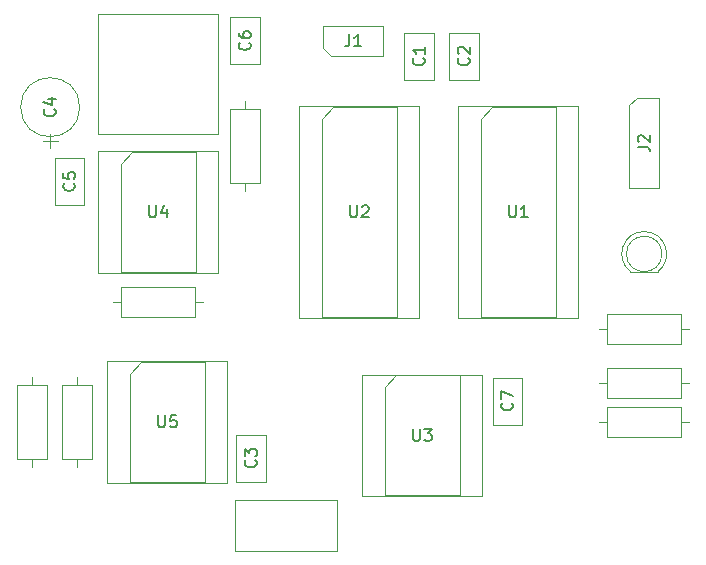
<source format=gbr>
G04 #@! TF.GenerationSoftware,KiCad,Pcbnew,5.0.2-bee76a0~70~ubuntu16.04.1*
G04 #@! TF.CreationDate,2020-01-09T22:15:49-06:00*
G04 #@! TF.ProjectId,8-Bit-Computer-Clock-Module,382d4269-742d-4436-9f6d-70757465722d,rev?*
G04 #@! TF.SameCoordinates,Original*
G04 #@! TF.FileFunction,Other,Fab,Top*
%FSLAX46Y46*%
G04 Gerber Fmt 4.6, Leading zero omitted, Abs format (unit mm)*
G04 Created by KiCad (PCBNEW 5.0.2-bee76a0~70~ubuntu16.04.1) date jue 09 ene 2020 22:15:49 CST*
%MOMM*%
%LPD*%
G01*
G04 APERTURE LIST*
%ADD10C,0.100000*%
%ADD11C,0.101600*%
%ADD12C,0.150000*%
G04 APERTURE END LIST*
D10*
G04 #@! TO.C,C2*
X127020000Y-85840000D02*
X129520000Y-85840000D01*
X129520000Y-85840000D02*
X129520000Y-81840000D01*
X129520000Y-81840000D02*
X127020000Y-81840000D01*
X127020000Y-81840000D02*
X127020000Y-85840000D01*
G04 #@! TO.C,C3*
X108986000Y-115876000D02*
X108986000Y-119876000D01*
X111486000Y-115876000D02*
X108986000Y-115876000D01*
X111486000Y-119876000D02*
X111486000Y-115876000D01*
X108986000Y-119876000D02*
X111486000Y-119876000D01*
G04 #@! TO.C,C5*
X93619000Y-92444500D02*
X93619000Y-96444500D01*
X96119000Y-92444500D02*
X93619000Y-92444500D01*
X96119000Y-96444500D02*
X96119000Y-92444500D01*
X93619000Y-96444500D02*
X96119000Y-96444500D01*
G04 #@! TO.C,C6*
X110978000Y-84530000D02*
X110978000Y-80530000D01*
X108478000Y-84530000D02*
X110978000Y-84530000D01*
X108478000Y-80530000D02*
X108478000Y-84530000D01*
X110978000Y-80530000D02*
X108478000Y-80530000D01*
G04 #@! TO.C,C7*
X130703000Y-115050000D02*
X133203000Y-115050000D01*
X133203000Y-115050000D02*
X133203000Y-111050000D01*
X133203000Y-111050000D02*
X130703000Y-111050000D01*
X130703000Y-111050000D02*
X130703000Y-115050000D01*
G04 #@! TO.C,D1*
X142343810Y-102084000D02*
X144676190Y-102084000D01*
X145010000Y-100584000D02*
G75*
G03X145010000Y-100584000I-1500000J0D01*
G01*
X144675476Y-102084555D02*
G75*
G03X142343810Y-102084000I-1165476J1500555D01*
G01*
G04 #@! TO.C,J1*
X116967000Y-83820000D02*
X116332000Y-83185000D01*
X121412000Y-83820000D02*
X116967000Y-83820000D01*
X121412000Y-81280000D02*
X121412000Y-83820000D01*
X116332000Y-81280000D02*
X121412000Y-81280000D01*
X116332000Y-83185000D02*
X116332000Y-81280000D01*
G04 #@! TO.C,J2*
X142240000Y-88011000D02*
X142875000Y-87376000D01*
X142240000Y-94996000D02*
X142240000Y-88011000D01*
X144780000Y-94996000D02*
X142240000Y-94996000D01*
X144780000Y-87376000D02*
X144780000Y-94996000D01*
X142875000Y-87376000D02*
X144780000Y-87376000D01*
G04 #@! TO.C,R1*
X94254000Y-117958000D02*
X96754000Y-117958000D01*
X96754000Y-117958000D02*
X96754000Y-111658000D01*
X96754000Y-111658000D02*
X94254000Y-111658000D01*
X94254000Y-111658000D02*
X94254000Y-117958000D01*
X95504000Y-118618000D02*
X95504000Y-117958000D01*
X95504000Y-110998000D02*
X95504000Y-111658000D01*
G04 #@! TO.C,R2*
X146660000Y-112756000D02*
X146660000Y-110256000D01*
X146660000Y-110256000D02*
X140360000Y-110256000D01*
X140360000Y-110256000D02*
X140360000Y-112756000D01*
X140360000Y-112756000D02*
X146660000Y-112756000D01*
X147320000Y-111506000D02*
X146660000Y-111506000D01*
X139700000Y-111506000D02*
X140360000Y-111506000D01*
G04 #@! TO.C,R3*
X91694000Y-118618000D02*
X91694000Y-117958000D01*
X91694000Y-110998000D02*
X91694000Y-111658000D01*
X92944000Y-117958000D02*
X92944000Y-111658000D01*
X90444000Y-117958000D02*
X92944000Y-117958000D01*
X90444000Y-111658000D02*
X90444000Y-117958000D01*
X92944000Y-111658000D02*
X90444000Y-111658000D01*
G04 #@! TO.C,R4*
X139700000Y-114808000D02*
X140360000Y-114808000D01*
X147320000Y-114808000D02*
X146660000Y-114808000D01*
X140360000Y-116058000D02*
X146660000Y-116058000D01*
X140360000Y-113558000D02*
X140360000Y-116058000D01*
X146660000Y-113558000D02*
X140360000Y-113558000D01*
X146660000Y-116058000D02*
X146660000Y-113558000D01*
G04 #@! TO.C,R5*
X106172000Y-104648000D02*
X105512000Y-104648000D01*
X98552000Y-104648000D02*
X99212000Y-104648000D01*
X105512000Y-103398000D02*
X99212000Y-103398000D01*
X105512000Y-105898000D02*
X105512000Y-103398000D01*
X99212000Y-105898000D02*
X105512000Y-105898000D01*
X99212000Y-103398000D02*
X99212000Y-105898000D01*
G04 #@! TO.C,R6*
X110978000Y-88290000D02*
X108478000Y-88290000D01*
X108478000Y-88290000D02*
X108478000Y-94590000D01*
X108478000Y-94590000D02*
X110978000Y-94590000D01*
X110978000Y-94590000D02*
X110978000Y-88290000D01*
X109728000Y-87630000D02*
X109728000Y-88290000D01*
X109728000Y-95250000D02*
X109728000Y-94590000D01*
G04 #@! TO.C,R7*
X147320000Y-106934000D02*
X146660000Y-106934000D01*
X139700000Y-106934000D02*
X140360000Y-106934000D01*
X146660000Y-105684000D02*
X140360000Y-105684000D01*
X146660000Y-108184000D02*
X146660000Y-105684000D01*
X140360000Y-108184000D02*
X146660000Y-108184000D01*
X140360000Y-105684000D02*
X140360000Y-108184000D01*
D11*
G04 #@! TO.C,RV1*
X107442000Y-90424000D02*
X107442000Y-80264000D01*
X97282000Y-90424000D02*
X107442000Y-90424000D01*
X97282000Y-90424000D02*
X97282000Y-80264000D01*
X97282000Y-80264000D02*
X107442000Y-80264000D01*
G04 #@! TO.C,SW1*
X108839000Y-121412000D02*
X108839000Y-125730000D01*
X108839000Y-125730000D02*
X117475000Y-125730000D01*
X117475000Y-125730000D02*
X117475000Y-121412000D01*
X117475000Y-121412000D02*
X108839000Y-121412000D01*
D10*
G04 #@! TO.C,U3*
X129794000Y-110811000D02*
X119634000Y-110811000D01*
X129794000Y-121091000D02*
X129794000Y-110811000D01*
X119634000Y-121091000D02*
X129794000Y-121091000D01*
X119634000Y-110811000D02*
X119634000Y-121091000D01*
X121539000Y-111871000D02*
X122539000Y-110871000D01*
X121539000Y-121031000D02*
X121539000Y-111871000D01*
X127889000Y-121031000D02*
X121539000Y-121031000D01*
X127889000Y-110871000D02*
X127889000Y-121031000D01*
X122539000Y-110871000D02*
X127889000Y-110871000D01*
G04 #@! TO.C,C1*
X123210000Y-81840000D02*
X123210000Y-85840000D01*
X125710000Y-81840000D02*
X123210000Y-81840000D01*
X125710000Y-85840000D02*
X125710000Y-81840000D01*
X123210000Y-85840000D02*
X125710000Y-85840000D01*
G04 #@! TO.C,C4*
X92568000Y-91008000D02*
X93868000Y-91008000D01*
X93218000Y-91608000D02*
X93218000Y-90408000D01*
X95718000Y-88158000D02*
G75*
G03X95718000Y-88158000I-2500000J0D01*
G01*
G04 #@! TO.C,U1*
X137922000Y-88078000D02*
X127762000Y-88078000D01*
X137922000Y-105978000D02*
X137922000Y-88078000D01*
X127762000Y-105978000D02*
X137922000Y-105978000D01*
X127762000Y-88078000D02*
X127762000Y-105978000D01*
X129667000Y-89138000D02*
X130667000Y-88138000D01*
X129667000Y-105918000D02*
X129667000Y-89138000D01*
X136017000Y-105918000D02*
X129667000Y-105918000D01*
X136017000Y-88138000D02*
X136017000Y-105918000D01*
X130667000Y-88138000D02*
X136017000Y-88138000D01*
G04 #@! TO.C,U2*
X117205000Y-88138000D02*
X122555000Y-88138000D01*
X122555000Y-88138000D02*
X122555000Y-105918000D01*
X122555000Y-105918000D02*
X116205000Y-105918000D01*
X116205000Y-105918000D02*
X116205000Y-89138000D01*
X116205000Y-89138000D02*
X117205000Y-88138000D01*
X114300000Y-88078000D02*
X114300000Y-105978000D01*
X114300000Y-105978000D02*
X124460000Y-105978000D01*
X124460000Y-105978000D02*
X124460000Y-88078000D01*
X124460000Y-88078000D02*
X114300000Y-88078000D01*
G04 #@! TO.C,U4*
X100187000Y-91948000D02*
X105537000Y-91948000D01*
X105537000Y-91948000D02*
X105537000Y-102108000D01*
X105537000Y-102108000D02*
X99187000Y-102108000D01*
X99187000Y-102108000D02*
X99187000Y-92948000D01*
X99187000Y-92948000D02*
X100187000Y-91948000D01*
X97282000Y-91888000D02*
X97282000Y-102168000D01*
X97282000Y-102168000D02*
X107442000Y-102168000D01*
X107442000Y-102168000D02*
X107442000Y-91888000D01*
X107442000Y-91888000D02*
X97282000Y-91888000D01*
G04 #@! TO.C,U5*
X108204000Y-109668000D02*
X98044000Y-109668000D01*
X108204000Y-119948000D02*
X108204000Y-109668000D01*
X98044000Y-119948000D02*
X108204000Y-119948000D01*
X98044000Y-109668000D02*
X98044000Y-119948000D01*
X99949000Y-110728000D02*
X100949000Y-109728000D01*
X99949000Y-119888000D02*
X99949000Y-110728000D01*
X106299000Y-119888000D02*
X99949000Y-119888000D01*
X106299000Y-109728000D02*
X106299000Y-119888000D01*
X100949000Y-109728000D02*
X106299000Y-109728000D01*
G04 #@! TD*
G04 #@! TO.C,C2*
D12*
X128627142Y-84006666D02*
X128674761Y-84054285D01*
X128722380Y-84197142D01*
X128722380Y-84292380D01*
X128674761Y-84435238D01*
X128579523Y-84530476D01*
X128484285Y-84578095D01*
X128293809Y-84625714D01*
X128150952Y-84625714D01*
X127960476Y-84578095D01*
X127865238Y-84530476D01*
X127770000Y-84435238D01*
X127722380Y-84292380D01*
X127722380Y-84197142D01*
X127770000Y-84054285D01*
X127817619Y-84006666D01*
X127817619Y-83625714D02*
X127770000Y-83578095D01*
X127722380Y-83482857D01*
X127722380Y-83244761D01*
X127770000Y-83149523D01*
X127817619Y-83101904D01*
X127912857Y-83054285D01*
X128008095Y-83054285D01*
X128150952Y-83101904D01*
X128722380Y-83673333D01*
X128722380Y-83054285D01*
G04 #@! TO.C,C3*
X110593142Y-118042666D02*
X110640761Y-118090285D01*
X110688380Y-118233142D01*
X110688380Y-118328380D01*
X110640761Y-118471238D01*
X110545523Y-118566476D01*
X110450285Y-118614095D01*
X110259809Y-118661714D01*
X110116952Y-118661714D01*
X109926476Y-118614095D01*
X109831238Y-118566476D01*
X109736000Y-118471238D01*
X109688380Y-118328380D01*
X109688380Y-118233142D01*
X109736000Y-118090285D01*
X109783619Y-118042666D01*
X109688380Y-117709333D02*
X109688380Y-117090285D01*
X110069333Y-117423619D01*
X110069333Y-117280761D01*
X110116952Y-117185523D01*
X110164571Y-117137904D01*
X110259809Y-117090285D01*
X110497904Y-117090285D01*
X110593142Y-117137904D01*
X110640761Y-117185523D01*
X110688380Y-117280761D01*
X110688380Y-117566476D01*
X110640761Y-117661714D01*
X110593142Y-117709333D01*
G04 #@! TO.C,C5*
X95226142Y-94611166D02*
X95273761Y-94658785D01*
X95321380Y-94801642D01*
X95321380Y-94896880D01*
X95273761Y-95039738D01*
X95178523Y-95134976D01*
X95083285Y-95182595D01*
X94892809Y-95230214D01*
X94749952Y-95230214D01*
X94559476Y-95182595D01*
X94464238Y-95134976D01*
X94369000Y-95039738D01*
X94321380Y-94896880D01*
X94321380Y-94801642D01*
X94369000Y-94658785D01*
X94416619Y-94611166D01*
X94321380Y-93706404D02*
X94321380Y-94182595D01*
X94797571Y-94230214D01*
X94749952Y-94182595D01*
X94702333Y-94087357D01*
X94702333Y-93849261D01*
X94749952Y-93754023D01*
X94797571Y-93706404D01*
X94892809Y-93658785D01*
X95130904Y-93658785D01*
X95226142Y-93706404D01*
X95273761Y-93754023D01*
X95321380Y-93849261D01*
X95321380Y-94087357D01*
X95273761Y-94182595D01*
X95226142Y-94230214D01*
G04 #@! TO.C,C6*
X110085142Y-82696666D02*
X110132761Y-82744285D01*
X110180380Y-82887142D01*
X110180380Y-82982380D01*
X110132761Y-83125238D01*
X110037523Y-83220476D01*
X109942285Y-83268095D01*
X109751809Y-83315714D01*
X109608952Y-83315714D01*
X109418476Y-83268095D01*
X109323238Y-83220476D01*
X109228000Y-83125238D01*
X109180380Y-82982380D01*
X109180380Y-82887142D01*
X109228000Y-82744285D01*
X109275619Y-82696666D01*
X109180380Y-81839523D02*
X109180380Y-82030000D01*
X109228000Y-82125238D01*
X109275619Y-82172857D01*
X109418476Y-82268095D01*
X109608952Y-82315714D01*
X109989904Y-82315714D01*
X110085142Y-82268095D01*
X110132761Y-82220476D01*
X110180380Y-82125238D01*
X110180380Y-81934761D01*
X110132761Y-81839523D01*
X110085142Y-81791904D01*
X109989904Y-81744285D01*
X109751809Y-81744285D01*
X109656571Y-81791904D01*
X109608952Y-81839523D01*
X109561333Y-81934761D01*
X109561333Y-82125238D01*
X109608952Y-82220476D01*
X109656571Y-82268095D01*
X109751809Y-82315714D01*
G04 #@! TO.C,C7*
X132310142Y-113216666D02*
X132357761Y-113264285D01*
X132405380Y-113407142D01*
X132405380Y-113502380D01*
X132357761Y-113645238D01*
X132262523Y-113740476D01*
X132167285Y-113788095D01*
X131976809Y-113835714D01*
X131833952Y-113835714D01*
X131643476Y-113788095D01*
X131548238Y-113740476D01*
X131453000Y-113645238D01*
X131405380Y-113502380D01*
X131405380Y-113407142D01*
X131453000Y-113264285D01*
X131500619Y-113216666D01*
X131405380Y-112883333D02*
X131405380Y-112216666D01*
X132405380Y-112645238D01*
G04 #@! TO.C,J1*
X118538666Y-82002380D02*
X118538666Y-82716666D01*
X118491047Y-82859523D01*
X118395809Y-82954761D01*
X118252952Y-83002380D01*
X118157714Y-83002380D01*
X119538666Y-83002380D02*
X118967238Y-83002380D01*
X119252952Y-83002380D02*
X119252952Y-82002380D01*
X119157714Y-82145238D01*
X119062476Y-82240476D01*
X118967238Y-82288095D01*
G04 #@! TO.C,J2*
X142962380Y-91519333D02*
X143676666Y-91519333D01*
X143819523Y-91566952D01*
X143914761Y-91662190D01*
X143962380Y-91805047D01*
X143962380Y-91900285D01*
X143057619Y-91090761D02*
X143010000Y-91043142D01*
X142962380Y-90947904D01*
X142962380Y-90709809D01*
X143010000Y-90614571D01*
X143057619Y-90566952D01*
X143152857Y-90519333D01*
X143248095Y-90519333D01*
X143390952Y-90566952D01*
X143962380Y-91138380D01*
X143962380Y-90519333D01*
G04 #@! TO.C,U3*
X123952095Y-115403380D02*
X123952095Y-116212904D01*
X123999714Y-116308142D01*
X124047333Y-116355761D01*
X124142571Y-116403380D01*
X124333047Y-116403380D01*
X124428285Y-116355761D01*
X124475904Y-116308142D01*
X124523523Y-116212904D01*
X124523523Y-115403380D01*
X124904476Y-115403380D02*
X125523523Y-115403380D01*
X125190190Y-115784333D01*
X125333047Y-115784333D01*
X125428285Y-115831952D01*
X125475904Y-115879571D01*
X125523523Y-115974809D01*
X125523523Y-116212904D01*
X125475904Y-116308142D01*
X125428285Y-116355761D01*
X125333047Y-116403380D01*
X125047333Y-116403380D01*
X124952095Y-116355761D01*
X124904476Y-116308142D01*
G04 #@! TO.C,C1*
X124817142Y-84006666D02*
X124864761Y-84054285D01*
X124912380Y-84197142D01*
X124912380Y-84292380D01*
X124864761Y-84435238D01*
X124769523Y-84530476D01*
X124674285Y-84578095D01*
X124483809Y-84625714D01*
X124340952Y-84625714D01*
X124150476Y-84578095D01*
X124055238Y-84530476D01*
X123960000Y-84435238D01*
X123912380Y-84292380D01*
X123912380Y-84197142D01*
X123960000Y-84054285D01*
X124007619Y-84006666D01*
X124912380Y-83054285D02*
X124912380Y-83625714D01*
X124912380Y-83340000D02*
X123912380Y-83340000D01*
X124055238Y-83435238D01*
X124150476Y-83530476D01*
X124198095Y-83625714D01*
G04 #@! TO.C,C4*
X93575142Y-88324666D02*
X93622761Y-88372285D01*
X93670380Y-88515142D01*
X93670380Y-88610380D01*
X93622761Y-88753238D01*
X93527523Y-88848476D01*
X93432285Y-88896095D01*
X93241809Y-88943714D01*
X93098952Y-88943714D01*
X92908476Y-88896095D01*
X92813238Y-88848476D01*
X92718000Y-88753238D01*
X92670380Y-88610380D01*
X92670380Y-88515142D01*
X92718000Y-88372285D01*
X92765619Y-88324666D01*
X93003714Y-87467523D02*
X93670380Y-87467523D01*
X92622761Y-87705619D02*
X93337047Y-87943714D01*
X93337047Y-87324666D01*
G04 #@! TO.C,U1*
X132080095Y-96480380D02*
X132080095Y-97289904D01*
X132127714Y-97385142D01*
X132175333Y-97432761D01*
X132270571Y-97480380D01*
X132461047Y-97480380D01*
X132556285Y-97432761D01*
X132603904Y-97385142D01*
X132651523Y-97289904D01*
X132651523Y-96480380D01*
X133651523Y-97480380D02*
X133080095Y-97480380D01*
X133365809Y-97480380D02*
X133365809Y-96480380D01*
X133270571Y-96623238D01*
X133175333Y-96718476D01*
X133080095Y-96766095D01*
G04 #@! TO.C,U2*
X118618095Y-96480380D02*
X118618095Y-97289904D01*
X118665714Y-97385142D01*
X118713333Y-97432761D01*
X118808571Y-97480380D01*
X118999047Y-97480380D01*
X119094285Y-97432761D01*
X119141904Y-97385142D01*
X119189523Y-97289904D01*
X119189523Y-96480380D01*
X119618095Y-96575619D02*
X119665714Y-96528000D01*
X119760952Y-96480380D01*
X119999047Y-96480380D01*
X120094285Y-96528000D01*
X120141904Y-96575619D01*
X120189523Y-96670857D01*
X120189523Y-96766095D01*
X120141904Y-96908952D01*
X119570476Y-97480380D01*
X120189523Y-97480380D01*
G04 #@! TO.C,U4*
X101600095Y-96480380D02*
X101600095Y-97289904D01*
X101647714Y-97385142D01*
X101695333Y-97432761D01*
X101790571Y-97480380D01*
X101981047Y-97480380D01*
X102076285Y-97432761D01*
X102123904Y-97385142D01*
X102171523Y-97289904D01*
X102171523Y-96480380D01*
X103076285Y-96813714D02*
X103076285Y-97480380D01*
X102838190Y-96432761D02*
X102600095Y-97147047D01*
X103219142Y-97147047D01*
G04 #@! TO.C,U5*
X102362095Y-114260380D02*
X102362095Y-115069904D01*
X102409714Y-115165142D01*
X102457333Y-115212761D01*
X102552571Y-115260380D01*
X102743047Y-115260380D01*
X102838285Y-115212761D01*
X102885904Y-115165142D01*
X102933523Y-115069904D01*
X102933523Y-114260380D01*
X103885904Y-114260380D02*
X103409714Y-114260380D01*
X103362095Y-114736571D01*
X103409714Y-114688952D01*
X103504952Y-114641333D01*
X103743047Y-114641333D01*
X103838285Y-114688952D01*
X103885904Y-114736571D01*
X103933523Y-114831809D01*
X103933523Y-115069904D01*
X103885904Y-115165142D01*
X103838285Y-115212761D01*
X103743047Y-115260380D01*
X103504952Y-115260380D01*
X103409714Y-115212761D01*
X103362095Y-115165142D01*
G04 #@! TD*
M02*

</source>
